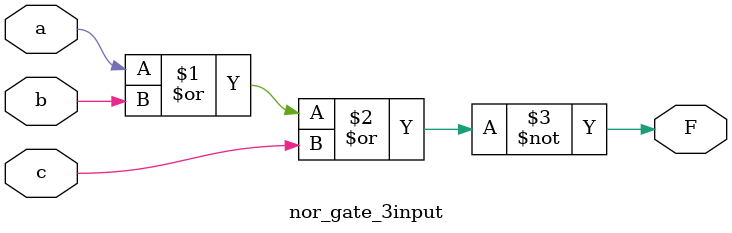
<source format=v>
module nor_gate_3input (
    input a, b, c,
    output F

);

assign F = ~(a | b | c);

endmodule
</source>
